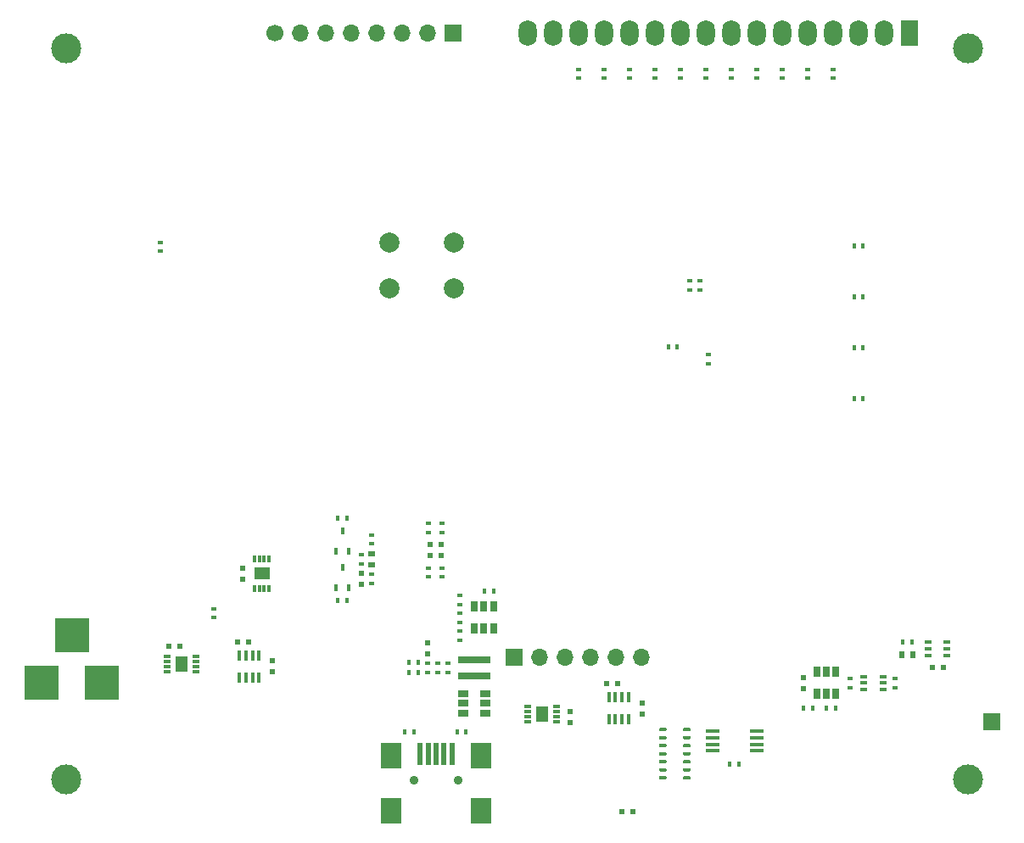
<source format=gbr>
G04 #@! TF.GenerationSoftware,KiCad,Pcbnew,(5.1.8)-1*
G04 #@! TF.CreationDate,2021-01-22T21:00:44-06:00*
G04 #@! TF.ProjectId,Pulse_Oximeter,50756c73-655f-44f7-9869-6d657465722e,rev?*
G04 #@! TF.SameCoordinates,Original*
G04 #@! TF.FileFunction,Soldermask,Bot*
G04 #@! TF.FilePolarity,Negative*
%FSLAX46Y46*%
G04 Gerber Fmt 4.6, Leading zero omitted, Abs format (unit mm)*
G04 Created by KiCad (PCBNEW (5.1.8)-1) date 2021-01-22 21:00:44*
%MOMM*%
%LPD*%
G01*
G04 APERTURE LIST*
%ADD10R,1.800000X2.600000*%
%ADD11O,1.800000X2.600000*%
%ADD12R,0.650000X0.400000*%
%ADD13R,0.400000X0.600000*%
%ADD14R,0.600000X0.700000*%
%ADD15R,0.600000X0.500000*%
%ADD16R,0.600000X0.400000*%
%ADD17R,0.650000X1.060000*%
%ADD18R,1.060000X0.650000*%
%ADD19R,1.500000X1.300000*%
%ADD20R,0.300000X0.750000*%
%ADD21R,1.700000X1.700000*%
%ADD22R,3.200000X0.800000*%
%ADD23R,0.450000X0.700000*%
%ADD24O,1.700000X1.700000*%
%ADD25C,0.900000*%
%ADD26R,2.000000X2.500000*%
%ADD27R,0.500000X2.300000*%
%ADD28C,3.000000*%
%ADD29R,0.700000X0.600000*%
%ADD30R,0.500000X0.600000*%
%ADD31R,0.400000X1.060000*%
%ADD32C,1.700000*%
%ADD33R,1.300000X1.500000*%
%ADD34R,0.750000X0.300000*%
%ADD35R,3.500000X3.500000*%
%ADD36C,2.000000*%
%ADD37R,1.450000X0.450000*%
G04 APERTURE END LIST*
D10*
X184187600Y-61592500D03*
D11*
X181647600Y-61592500D03*
X179107600Y-61592500D03*
X176567600Y-61592500D03*
X174027600Y-61592500D03*
X171487600Y-61592500D03*
X168947600Y-61592500D03*
X166407600Y-61592500D03*
X163867600Y-61592500D03*
X161327600Y-61592500D03*
X158787600Y-61592500D03*
X156247600Y-61592500D03*
X153707600Y-61592500D03*
X151167600Y-61592500D03*
X148627600Y-61592500D03*
X146087600Y-61592500D03*
D12*
X186058000Y-122419000D03*
X186058000Y-123719000D03*
X187958000Y-123069000D03*
X186058000Y-123069000D03*
X187958000Y-123719000D03*
X187958000Y-122419000D03*
D13*
X183573000Y-122428000D03*
X184473000Y-122428000D03*
D14*
X184573000Y-123634000D03*
X183473000Y-123634000D03*
D15*
X187558000Y-124904000D03*
X186458000Y-124904000D03*
D13*
X161042000Y-92961500D03*
X160142000Y-92961500D03*
D16*
X164148000Y-93718000D03*
X164148000Y-94618000D03*
D12*
X181544000Y-127142000D03*
X181544000Y-125842000D03*
X179644000Y-126492000D03*
X181544000Y-126492000D03*
X179644000Y-125842000D03*
X179644000Y-127142000D03*
D17*
X175895000Y-125392000D03*
X176845000Y-125392000D03*
X174945000Y-125392000D03*
X174945000Y-127592000D03*
X175895000Y-127592000D03*
X176845000Y-127592000D03*
D18*
X139680000Y-128524000D03*
X139680000Y-127574000D03*
X139680000Y-129474000D03*
X141880000Y-129474000D03*
X141880000Y-128524000D03*
X141880000Y-127574000D03*
D17*
X141732000Y-118852000D03*
X142682000Y-118852000D03*
X140782000Y-118852000D03*
X140782000Y-121052000D03*
X141732000Y-121052000D03*
X142682000Y-121052000D03*
D19*
X119570000Y-115570000D03*
D20*
X118820000Y-117020000D03*
X119320000Y-117020000D03*
X119820000Y-117020000D03*
X120320000Y-117020000D03*
X120320000Y-114120000D03*
X119820000Y-114120000D03*
X119320000Y-114120000D03*
X118820000Y-114120000D03*
D21*
X192405000Y-130366000D03*
D13*
X178684000Y-98105000D03*
X179584000Y-98105000D03*
X179584000Y-93025000D03*
X178684000Y-93025000D03*
X178684000Y-87945000D03*
X179584000Y-87945000D03*
X178684000Y-82865000D03*
X179584000Y-82865000D03*
D16*
X109410000Y-82478500D03*
X109410000Y-83378500D03*
X178244000Y-126942000D03*
X178244000Y-126042000D03*
D13*
X175953000Y-129032000D03*
X176853000Y-129032000D03*
X173667000Y-129032000D03*
X174567000Y-129032000D03*
D16*
X151194000Y-66106500D03*
X151194000Y-65206500D03*
X153734000Y-66106500D03*
X153734000Y-65206500D03*
X156274000Y-66106500D03*
X156274000Y-65206500D03*
X171514000Y-65206500D03*
X171514000Y-66106500D03*
X158814000Y-66106500D03*
X158814000Y-65206500D03*
X161354000Y-66106500D03*
X161354000Y-65206500D03*
X163894000Y-66106500D03*
X163894000Y-65206500D03*
X166434000Y-66106500D03*
X166434000Y-65206500D03*
X168974000Y-66106500D03*
X168974000Y-65206500D03*
X174054000Y-66106500D03*
X174054000Y-65206500D03*
X176594000Y-66106500D03*
X176594000Y-65206500D03*
X137541000Y-114993000D03*
X137541000Y-115893000D03*
X136208000Y-114993000D03*
X136208000Y-115893000D03*
D13*
X135197000Y-125476000D03*
X134297000Y-125476000D03*
D16*
X136144000Y-125418000D03*
X136144000Y-124518000D03*
X137160000Y-125418000D03*
X137160000Y-124518000D03*
D22*
X140780000Y-125768000D03*
X140780000Y-124168000D03*
D16*
X137541000Y-111448000D03*
X137541000Y-110548000D03*
D13*
X142690000Y-117348000D03*
X141790000Y-117348000D03*
D16*
X139319000Y-117724000D03*
X139319000Y-118624000D03*
X139319000Y-119502000D03*
X139319000Y-120402000D03*
X139319000Y-121280000D03*
X139319000Y-122180000D03*
D13*
X128085000Y-110046000D03*
X127185000Y-110046000D03*
D16*
X129476000Y-113660000D03*
X129476000Y-114560000D03*
X130556000Y-112591000D03*
X130556000Y-111691000D03*
X130556000Y-116528000D03*
X130556000Y-115628000D03*
D13*
X128085000Y-118237000D03*
X127185000Y-118237000D03*
D16*
X114808000Y-119057000D03*
X114808000Y-119957000D03*
D23*
X127635000Y-111332000D03*
X126985000Y-113332000D03*
X128285000Y-113332000D03*
X127635000Y-114951000D03*
X126985000Y-116951000D03*
X128285000Y-116951000D03*
D13*
X133852000Y-131382000D03*
X134752000Y-131382000D03*
X139960000Y-131382000D03*
X139060000Y-131382000D03*
D24*
X157416000Y-123952000D03*
X154876000Y-123952000D03*
X152336000Y-123952000D03*
X149796000Y-123952000D03*
X147256000Y-123952000D03*
D21*
X144716000Y-123952000D03*
D25*
X134770000Y-136198000D03*
X139170000Y-136198000D03*
D26*
X132520000Y-139198000D03*
X132520000Y-133698000D03*
X141420000Y-139198000D03*
X141420000Y-133698000D03*
D27*
X135370000Y-133598000D03*
X136170000Y-133598000D03*
X136970000Y-133598000D03*
X137770000Y-133598000D03*
X138570000Y-133598000D03*
D28*
X190060000Y-136115000D03*
X190060000Y-63115000D03*
X100060000Y-136115000D03*
X100060000Y-63102500D03*
D29*
X130556000Y-114660000D03*
X130556000Y-113560000D03*
D30*
X173609000Y-127042000D03*
X173609000Y-125942000D03*
X136334000Y-112670000D03*
X136334000Y-113770000D03*
X136144000Y-122450000D03*
X136144000Y-123550000D03*
X117666000Y-115020000D03*
X117666000Y-116120000D03*
X129476000Y-116628000D03*
X129476000Y-115528000D03*
D31*
X154214000Y-130132000D03*
X154864000Y-130132000D03*
X155524000Y-130132000D03*
X156174000Y-130132000D03*
X156174000Y-127932000D03*
X155524000Y-127932000D03*
X154864000Y-127932000D03*
X154214000Y-127932000D03*
D30*
X157544000Y-129582000D03*
X157544000Y-128482000D03*
D21*
X138620000Y-61592500D03*
D24*
X136080000Y-61592500D03*
X133540000Y-61592500D03*
X131000000Y-61592500D03*
X128460000Y-61592500D03*
X125920000Y-61592500D03*
X123380000Y-61592500D03*
D32*
X120840000Y-61592500D03*
D33*
X147574000Y-129604000D03*
D34*
X149024000Y-130354000D03*
X149024000Y-129854000D03*
X149024000Y-129354000D03*
X149024000Y-128854000D03*
X146124000Y-128854000D03*
X146124000Y-129354000D03*
X146124000Y-129854000D03*
X146124000Y-130354000D03*
D15*
X155046000Y-126556000D03*
X153946000Y-126556000D03*
D30*
X150304000Y-129371000D03*
X150304000Y-130471000D03*
D15*
X118216000Y-122428000D03*
X117116000Y-122428000D03*
D30*
X120586000Y-125391000D03*
X120586000Y-124291000D03*
D15*
X110258000Y-122808000D03*
X111358000Y-122808000D03*
D30*
X137478000Y-113770000D03*
X137478000Y-112670000D03*
D15*
X156570000Y-139319000D03*
X155470000Y-139319000D03*
D35*
X103632000Y-126428000D03*
X97632000Y-126428000D03*
X100632000Y-121728000D03*
D16*
X162306000Y-87252000D03*
X162306000Y-86352000D03*
X163322000Y-86352000D03*
X163322000Y-87252000D03*
X136208000Y-111448000D03*
X136208000Y-110548000D03*
D13*
X135197000Y-124396000D03*
X134297000Y-124396000D03*
D16*
X138176000Y-124518000D03*
X138176000Y-125418000D03*
D13*
X166300000Y-134556000D03*
X167200000Y-134556000D03*
D36*
X132270000Y-87047500D03*
X132270000Y-82547500D03*
X138770000Y-87047500D03*
X138770000Y-82547500D03*
D31*
X117328000Y-125936000D03*
X117978000Y-125936000D03*
X118638000Y-125936000D03*
X119288000Y-125936000D03*
X119288000Y-123736000D03*
X118638000Y-123736000D03*
X117978000Y-123736000D03*
X117328000Y-123736000D03*
D34*
X112994000Y-123852000D03*
X112994000Y-124352000D03*
X112994000Y-124852000D03*
X112994000Y-125352000D03*
X110094000Y-125352000D03*
X110094000Y-124852000D03*
X110094000Y-124352000D03*
X110094000Y-123852000D03*
D33*
X111544000Y-124602000D03*
D37*
X168950000Y-131295000D03*
X168950000Y-131945000D03*
X168950000Y-132595000D03*
X168950000Y-133245000D03*
X164550000Y-133245000D03*
X164550000Y-132595000D03*
X164550000Y-131945000D03*
X164550000Y-131295000D03*
G36*
G01*
X162357000Y-131052500D02*
X162357000Y-131227500D01*
G75*
G02*
X162269500Y-131315000I-87500J0D01*
G01*
X161694500Y-131315000D01*
G75*
G02*
X161607000Y-131227500I0J87500D01*
G01*
X161607000Y-131052500D01*
G75*
G02*
X161694500Y-130965000I87500J0D01*
G01*
X162269500Y-130965000D01*
G75*
G02*
X162357000Y-131052500I0J-87500D01*
G01*
G37*
G36*
G01*
X162357000Y-131852500D02*
X162357000Y-132027500D01*
G75*
G02*
X162269500Y-132115000I-87500J0D01*
G01*
X161694500Y-132115000D01*
G75*
G02*
X161607000Y-132027500I0J87500D01*
G01*
X161607000Y-131852500D01*
G75*
G02*
X161694500Y-131765000I87500J0D01*
G01*
X162269500Y-131765000D01*
G75*
G02*
X162357000Y-131852500I0J-87500D01*
G01*
G37*
G36*
G01*
X162357000Y-132652500D02*
X162357000Y-132827500D01*
G75*
G02*
X162269500Y-132915000I-87500J0D01*
G01*
X161694500Y-132915000D01*
G75*
G02*
X161607000Y-132827500I0J87500D01*
G01*
X161607000Y-132652500D01*
G75*
G02*
X161694500Y-132565000I87500J0D01*
G01*
X162269500Y-132565000D01*
G75*
G02*
X162357000Y-132652500I0J-87500D01*
G01*
G37*
G36*
G01*
X162357000Y-133452500D02*
X162357000Y-133627500D01*
G75*
G02*
X162269500Y-133715000I-87500J0D01*
G01*
X161694500Y-133715000D01*
G75*
G02*
X161607000Y-133627500I0J87500D01*
G01*
X161607000Y-133452500D01*
G75*
G02*
X161694500Y-133365000I87500J0D01*
G01*
X162269500Y-133365000D01*
G75*
G02*
X162357000Y-133452500I0J-87500D01*
G01*
G37*
G36*
G01*
X162357000Y-134252500D02*
X162357000Y-134427500D01*
G75*
G02*
X162269500Y-134515000I-87500J0D01*
G01*
X161694500Y-134515000D01*
G75*
G02*
X161607000Y-134427500I0J87500D01*
G01*
X161607000Y-134252500D01*
G75*
G02*
X161694500Y-134165000I87500J0D01*
G01*
X162269500Y-134165000D01*
G75*
G02*
X162357000Y-134252500I0J-87500D01*
G01*
G37*
G36*
G01*
X162357000Y-135052500D02*
X162357000Y-135227500D01*
G75*
G02*
X162269500Y-135315000I-87500J0D01*
G01*
X161694500Y-135315000D01*
G75*
G02*
X161607000Y-135227500I0J87500D01*
G01*
X161607000Y-135052500D01*
G75*
G02*
X161694500Y-134965000I87500J0D01*
G01*
X162269500Y-134965000D01*
G75*
G02*
X162357000Y-135052500I0J-87500D01*
G01*
G37*
G36*
G01*
X162357000Y-135852500D02*
X162357000Y-136027500D01*
G75*
G02*
X162269500Y-136115000I-87500J0D01*
G01*
X161694500Y-136115000D01*
G75*
G02*
X161607000Y-136027500I0J87500D01*
G01*
X161607000Y-135852500D01*
G75*
G02*
X161694500Y-135765000I87500J0D01*
G01*
X162269500Y-135765000D01*
G75*
G02*
X162357000Y-135852500I0J-87500D01*
G01*
G37*
G36*
G01*
X159957000Y-135852500D02*
X159957000Y-136027500D01*
G75*
G02*
X159869500Y-136115000I-87500J0D01*
G01*
X159294500Y-136115000D01*
G75*
G02*
X159207000Y-136027500I0J87500D01*
G01*
X159207000Y-135852500D01*
G75*
G02*
X159294500Y-135765000I87500J0D01*
G01*
X159869500Y-135765000D01*
G75*
G02*
X159957000Y-135852500I0J-87500D01*
G01*
G37*
G36*
G01*
X159957000Y-135052500D02*
X159957000Y-135227500D01*
G75*
G02*
X159869500Y-135315000I-87500J0D01*
G01*
X159294500Y-135315000D01*
G75*
G02*
X159207000Y-135227500I0J87500D01*
G01*
X159207000Y-135052500D01*
G75*
G02*
X159294500Y-134965000I87500J0D01*
G01*
X159869500Y-134965000D01*
G75*
G02*
X159957000Y-135052500I0J-87500D01*
G01*
G37*
G36*
G01*
X159957000Y-134252500D02*
X159957000Y-134427500D01*
G75*
G02*
X159869500Y-134515000I-87500J0D01*
G01*
X159294500Y-134515000D01*
G75*
G02*
X159207000Y-134427500I0J87500D01*
G01*
X159207000Y-134252500D01*
G75*
G02*
X159294500Y-134165000I87500J0D01*
G01*
X159869500Y-134165000D01*
G75*
G02*
X159957000Y-134252500I0J-87500D01*
G01*
G37*
G36*
G01*
X159957000Y-133452500D02*
X159957000Y-133627500D01*
G75*
G02*
X159869500Y-133715000I-87500J0D01*
G01*
X159294500Y-133715000D01*
G75*
G02*
X159207000Y-133627500I0J87500D01*
G01*
X159207000Y-133452500D01*
G75*
G02*
X159294500Y-133365000I87500J0D01*
G01*
X159869500Y-133365000D01*
G75*
G02*
X159957000Y-133452500I0J-87500D01*
G01*
G37*
G36*
G01*
X159957000Y-132652500D02*
X159957000Y-132827500D01*
G75*
G02*
X159869500Y-132915000I-87500J0D01*
G01*
X159294500Y-132915000D01*
G75*
G02*
X159207000Y-132827500I0J87500D01*
G01*
X159207000Y-132652500D01*
G75*
G02*
X159294500Y-132565000I87500J0D01*
G01*
X159869500Y-132565000D01*
G75*
G02*
X159957000Y-132652500I0J-87500D01*
G01*
G37*
G36*
G01*
X159957000Y-131852500D02*
X159957000Y-132027500D01*
G75*
G02*
X159869500Y-132115000I-87500J0D01*
G01*
X159294500Y-132115000D01*
G75*
G02*
X159207000Y-132027500I0J87500D01*
G01*
X159207000Y-131852500D01*
G75*
G02*
X159294500Y-131765000I87500J0D01*
G01*
X159869500Y-131765000D01*
G75*
G02*
X159957000Y-131852500I0J-87500D01*
G01*
G37*
G36*
G01*
X159957000Y-131052500D02*
X159957000Y-131227500D01*
G75*
G02*
X159869500Y-131315000I-87500J0D01*
G01*
X159294500Y-131315000D01*
G75*
G02*
X159207000Y-131227500I0J87500D01*
G01*
X159207000Y-131052500D01*
G75*
G02*
X159294500Y-130965000I87500J0D01*
G01*
X159869500Y-130965000D01*
G75*
G02*
X159957000Y-131052500I0J-87500D01*
G01*
G37*
D16*
X182753000Y-126042000D03*
X182753000Y-126942000D03*
M02*

</source>
